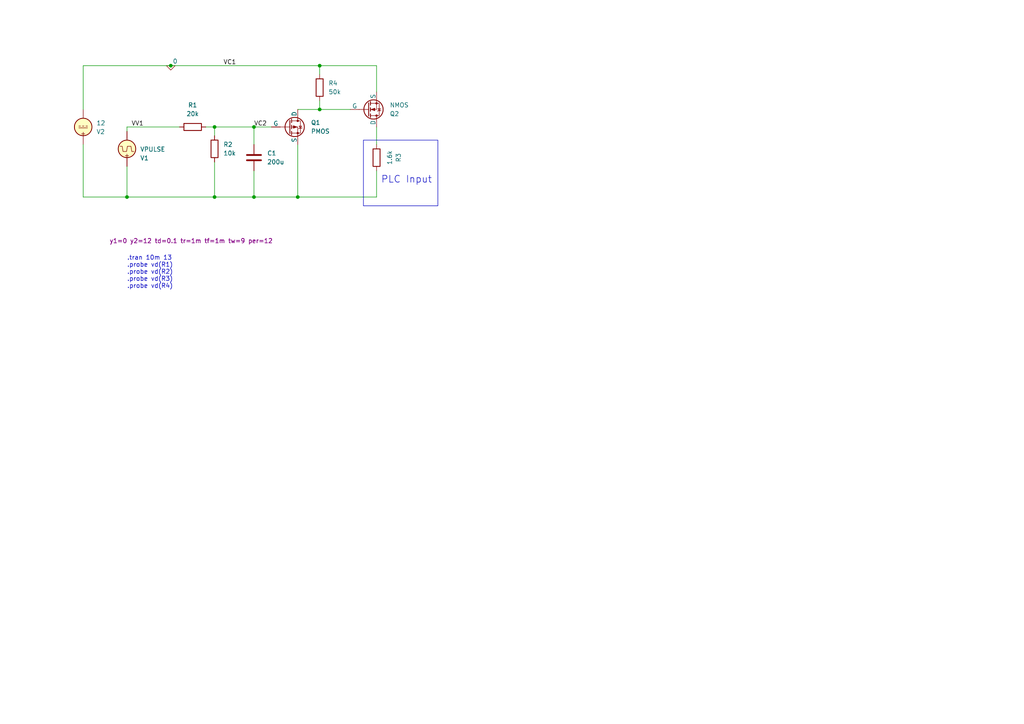
<source format=kicad_sch>
(kicad_sch (version 20230121) (generator eeschema)
  (paper "A4")
  (lib_symbols
    (symbol "Device:C" (pin_numbers hide) (pin_names (offset 0.254))
      (property "Reference" "C" (at 0.635 2.54 0))
      (property "Value" "C" (at 0.635 -2.54 0))
      (symbol "C_0_1"
        (polyline (pts (xy -2.032 -0.762) (xy 2.032 -0.762)) (stroke (width 0.508)))
        (polyline (pts (xy -2.032 0.762) (xy 2.032 0.762)) (stroke (width 0.508)))
      )
      (symbol "C_1_1"
        (pin passive line (at 0 3.81 270) (length 2.794) (name "~") (number "1"))
        (pin passive line (at 0 -3.81 90) (length 2.794) (name "~") (number "2"))
      )
    )
    (symbol "Device:R" (pin_numbers hide) (pin_names (offset 0))
      (property "Reference" "R" (at 2.032 0 90))
      (property "Value" "R" (at 0 0 90))
      (symbol "R_0_1"
        (rectangle (start -1.016 -2.54) (end 1.016 2.54) (stroke (width 0.254)))
      )
      (symbol "R_1_1"
        (pin passive line (at 0 3.81 270) (length 1.27) (name "~") (number "1"))
        (pin passive line (at 0 -3.81 90) (length 1.27) (name "~") (number "2"))
      )
    )
    (symbol "Simulation_SPICE:0" (power) (pin_names (offset 0))
      (property "Value" "0" (at 0 -1.778 0))
      (symbol "0_0_1"
        (polyline (pts (xy -1.27 0) (xy 0 -1.27) (xy 1.27 0) (xy -1.27 0)))
      )
      (symbol "0_1_1"
        (pin power_in line (at 0 0 0) (length 0) hide (name "0") (number "1"))
      )
    )
    (symbol "Simulation_SPICE:NMOS" (pin_numbers hide) (pin_names (offset 0))
      (property "Reference" "Q" (at 5.08 1.27 0))
      (property "Value" "NMOS" (at 5.08 -1.27 0))
      (symbol "NMOS_0_1"
        (polyline (pts (xy 0.254 0) (xy -2.54 0)))
        (polyline (pts (xy 0.254 1.905) (xy 0.254 -1.905)) (stroke (width 0.254)))
        (polyline (pts (xy 0.762 -1.27) (xy 0.762 -2.286)) (stroke (width 0.254)))
        (polyline (pts (xy 0.762 0.508) (xy 0.762 -0.508)) (stroke (width 0.254)))
        (polyline (pts (xy 0.762 2.286) (xy 0.762 1.27)) (stroke (width 0.254)))
        (polyline (pts (xy 2.54 2.54) (xy 2.54 1.778)))
        (polyline (pts (xy 2.54 -2.54) (xy 2.54 0) (xy 0.762 0)))
        (polyline (pts (xy 0.762 -1.778) (xy 3.302 -1.778) (xy 3.302 1.778) (xy 0.762 1.778)))
        (polyline (pts (xy 1.016 0) (xy 2.032 0.381) (xy 2.032 -0.381) (xy 1.016 0)) (fill (type outline)))
        (polyline (pts (xy 2.794 0.508) (xy 2.921 0.381) (xy 3.683 0.381) (xy 3.81 0.254)))
        (polyline (pts (xy 3.302 0.381) (xy 2.921 -0.254) (xy 3.683 -0.254) (xy 3.302 0.381)))
        (circle (center 1.651 0) (radius 2.794) (stroke (width 0.254)))
        (circle (center 2.54 -1.778) (radius 0.254) (fill (type outline)))
        (circle (center 2.54 1.778) (radius 0.254) (fill (type outline)))
      )
      (symbol "NMOS_1_1"
        (pin passive line (at 2.54 5.08 270) (length 2.54) (name "D") (number "1"))
        (pin input line (at -5.08 0 0) (length 2.54) (name "G") (number "2"))
        (pin passive line (at 2.54 -5.08 90) (length 2.54) (name "S") (number "3"))
      )
    )
    (symbol "Simulation_SPICE:PMOS" (pin_numbers hide) (pin_names (offset 0))
      (property "Reference" "Q" (at 5.08 1.27 0))
      (property "Value" "PMOS" (at 5.08 -1.27 0))
      (symbol "PMOS_0_1"
        (polyline (pts (xy 0.254 0) (xy -2.54 0)))
        (polyline (pts (xy 0.254 1.905) (xy 0.254 -1.905)) (stroke (width 0.254)))
        (polyline (pts (xy 0.762 -1.27) (xy 0.762 -2.286)) (stroke (width 0.254)))
        (polyline (pts (xy 0.762 0.508) (xy 0.762 -0.508)) (stroke (width 0.254)))
        (polyline (pts (xy 0.762 2.286) (xy 0.762 1.27)) (stroke (width 0.254)))
        (polyline (pts (xy 2.54 2.54) (xy 2.54 1.778)))
        (polyline (pts (xy 2.54 -2.54) (xy 2.54 0) (xy 0.762 0)))
        (polyline (pts (xy 0.762 1.778) (xy 3.302 1.778) (xy 3.302 -1.778) (xy 0.762 -1.778)))
        (polyline (pts (xy 2.286 0) (xy 1.27 0.381) (xy 1.27 -0.381) (xy 2.286 0)) (fill (type outline)))
        (polyline (pts (xy 2.794 -0.508) (xy 2.921 -0.381) (xy 3.683 -0.381) (xy 3.81 -0.254)))
        (polyline (pts (xy 3.302 -0.381) (xy 2.921 0.254) (xy 3.683 0.254) (xy 3.302 -0.381)))
        (circle (center 1.651 0) (radius 2.794) (stroke (width 0.254)))
        (circle (center 2.54 -1.778) (radius 0.254) (fill (type outline)))
        (circle (center 2.54 1.778) (radius 0.254) (fill (type outline)))
      )
      (symbol "PMOS_1_1"
        (pin passive line (at 2.54 5.08 270) (length 2.54) (name "D") (number "1"))
        (pin input line (at -5.08 0 0) (length 2.54) (name "G") (number "2"))
        (pin passive line (at 2.54 -5.08 90) (length 2.54) (name "S") (number "3"))
      )
    )
    (symbol "Simulation_SPICE:VDC" (pin_numbers hide) (pin_names (offset 0.0254))
      (property "Reference" "V" (at 2.54 2.54 0))
      (property "Value" "1" (at 2.54 0 0))
      (symbol "VDC_0_0"
        (polyline (pts (xy -1.27 0.254) (xy 1.27 0.254)))
        (polyline (pts (xy -0.762 -0.254) (xy -1.27 -0.254)))
        (polyline (pts (xy 0.254 -0.254) (xy -0.254 -0.254)))
        (polyline (pts (xy 1.27 -0.254) (xy 0.762 -0.254)))
        (text "+" (at 0 1.905 0) (effects (font (size 1.27 1.27))))
      )
      (symbol "VDC_0_1"
        (circle (center 0 0) (radius 2.54) (stroke (width 0.254)) (fill (type background)))
      )
      (symbol "VDC_1_1"
        (pin passive line (at 0 5.08 270) (length 2.54) (name "~") (number "1"))
        (pin passive line (at 0 -5.08 90) (length 2.54) (name "~") (number "2"))
      )
    )
    (symbol "Simulation_SPICE:VPULSE" (pin_numbers hide) (pin_names (offset 0.0254))
      (property "Reference" "V" (at 2.54 2.54 0))
      (property "Value" "VPULSE" (at 2.54 0 0))
      (property "Sim.Params" "y1=0 y2=1 td=2n tr=2n tf=2n tw=50n per=100n" (at 2.54 -2.54 0))
      (symbol "VPULSE_0_0"
        (polyline (pts (xy -2.032 -0.762) (xy -1.397 -0.762) (xy -1.143 0.762) (xy -0.127 0.762) (xy 0.127 -0.762) (xy 1.143 -0.762) (xy 1.397 0.762) (xy 2.032 0.762)))
        (text "+" (at 0 1.905 0) (effects (font (size 1.27 1.27))))
      )
      (symbol "VPULSE_0_1"
        (circle (center 0 0) (radius 2.54) (stroke (width 0.254)) (fill (type background)))
      )
      (symbol "VPULSE_1_1"
        (pin passive line (at 0 5.08 270) (length 2.54) (name "~") (number "1"))
        (pin passive line (at 0 -5.08 90) (length 2.54) (name "~") (number "2"))
      )
    )
  )
  (junction (at 92.71 19.05))
  (junction (at 49.53 19.05))
  (junction (at 36.83 57.15))
  (junction (at 73.66 36.83))
  (junction (at 62.23 57.15))
  (junction (at 92.71 31.75))
  (junction (at 73.66 57.15))
  (junction (at 62.23 36.83))
  (junction (at 86.36 57.15))
  (wire (pts (xy 62.23 46.99) (xy 62.23 57.15)))
  (wire (pts (xy 92.71 19.05) (xy 92.71 21.59)))
  (wire (pts (xy 49.53 19.05) (xy 92.71 19.05)))
  (wire (pts (xy 62.23 39.37) (xy 62.23 36.83)))
  (wire (pts (xy 92.71 29.21) (xy 92.71 31.75)))
  (wire (pts (xy 73.66 36.83) (xy 78.74 36.83)))
  (wire (pts (xy 24.13 19.05) (xy 24.13 31.75)))
  (wire (pts (xy 59.69 36.83) (xy 62.23 36.83)))
  (wire (pts (xy 109.22 57.15) (xy 109.22 49.53)))
  (wire (pts (xy 86.36 57.15) (xy 109.22 57.15)))
  (wire (pts (xy 24.13 57.15) (xy 36.83 57.15)))
  (wire (pts (xy 109.22 36.83) (xy 109.22 41.91)))
  (wire (pts (xy 73.66 57.15) (xy 86.36 57.15)))
  (wire (pts (xy 24.13 41.91) (xy 24.13 57.15)))
  (wire (pts (xy 62.23 57.15) (xy 73.66 57.15)))
  (wire (pts (xy 86.36 31.75) (xy 92.71 31.75)))
  (wire (pts (xy 24.13 19.05) (xy 49.53 19.05)))
  (wire (pts (xy 109.22 19.05) (xy 109.22 26.67)))
  (wire (pts (xy 36.83 48.26) (xy 36.83 57.15)))
  (wire (pts (xy 73.66 36.83) (xy 73.66 41.91)))
  (wire (pts (xy 62.23 36.83) (xy 73.66 36.83)))
  (wire (pts (xy 86.36 41.91) (xy 86.36 57.15)))
  (wire (pts (xy 73.66 49.53) (xy 73.66 57.15)))
  (wire (pts (xy 92.71 19.05) (xy 109.22 19.05)))
  (wire (pts (xy 92.71 31.75) (xy 101.6 31.75)))
  (wire (pts (xy 36.83 36.83) (xy 52.07 36.83)))
  (wire (pts (xy 36.83 36.83) (xy 36.83 38.1)))
  (wire (pts (xy 36.83 57.15) (xy 62.23 57.15)))
  (rectangle (start 105.41 40.64) (end 127 59.69))
  (text ".tran 10m 13\n.probe vd(R1)\n.probe vd(R2)\n.probe vd(R3)\n.probe vd(R4)" (at 36.83 83.82 0) (effects (font (size 1.27 1.27)) (justify left bottom)))
  (text "PLC Input" (at 110.49 53.34 0) (effects (font (size 2 2)) (justify left bottom)))
  (label "VV1" (at 38.1 36.83 0))
  (label "VC1" (at 64.77 19.05 0))
  (label "VC2" (at 73.66 36.83 0))
  (symbol (lib_id "Device:R") (at 55.88 36.83 90) (unit 1)
    (property "Reference" "R1" (at 55.88 30.48 90))
    (property "Value" "20k" (at 55.88 33.02 90))
  )
  (symbol (lib_id "Simulation_SPICE:0") (at 49.53 19.05 0) (unit 1)
    (property "Reference" "#GND01" (effects hide))
    (property "Value" "0" (at 50.8 17.78 0))
  )
  (symbol (lib_id "Device:C") (at 73.66 45.72 0) (unit 1)
    (property "Reference" "C1" (at 77.47 44.45 0) (effects (justify left)))
    (property "Value" "200u" (at 77.47 46.99 0) (effects (justify left)))
  )
  (symbol (lib_id "Simulation_SPICE:NMOS") (at 106.68 31.75 0) (mirror x) (unit 1)
    (property "Reference" "Q2" (at 113.03 33.02 0) (effects (justify left)))
    (property "Value" "NMOS" (at 113.03 30.48 0) (effects (justify left)))
    (property "Datasheet" "https://ngspice.sourceforge.io/docs/ngspice-manual.pdf" (effects hide))
    (property "Sim.Device" "NMOS" (effects hide))
    (property "Sim.Type" "VDMOS" (effects hide))
    (property "Sim.Pins" "1=D 2=G 3=S" (effects hide))
  )
  (symbol (lib_id "Simulation_SPICE:VPULSE") (at 36.83 43.18 0) (mirror x) (unit 1)
    (property "Reference" "V1" (at 40.64 45.8498 0) (effects (justify left)))
    (property "Value" "VPULSE" (at 40.64 43.3098 0) (effects (justify left)))
    (property "Sim.Pins" "1=+ 2=-" (effects hide))
    (property "Sim.Type" "PULSE" (effects hide))
    (property "Sim.Device" "V" (effects hide))
    (property "Sim.Params" "y1=0 y2=12 td=0.1 tr=1m tf=1m tw=9 per=12" (at 31.75 69.85 0) (effects (justify left)))
  )
  (symbol (lib_id "Device:R") (at 92.71 25.4 180) (unit 1)
    (property "Reference" "R4" (at 95.25 24.13 0) (effects (justify right)))
    (property "Value" "50k" (at 95.25 26.67 0) (effects (justify right)))
  )
  (symbol (lib_id "Device:R") (at 62.23 43.18 180) (unit 1)
    (property "Reference" "R2" (at 64.77 41.91 0) (effects (justify right)))
    (property "Value" "10k" (at 64.77 44.45 0) (effects (justify right)))
  )
  (symbol (lib_id "Simulation_SPICE:PMOS") (at 83.82 36.83 0) (unit 1)
    (property "Reference" "Q1" (at 90.17 35.56 0) (effects (justify left)))
    (property "Value" "PMOS" (at 90.17 38.1 0) (effects (justify left)))
    (property "Datasheet" "https://ngspice.sourceforge.io/docs/ngspice-manual.pdf" (effects hide))
    (property "Sim.Device" "PMOS" (effects hide))
    (property "Sim.Type" "VDMOS" (effects hide))
    (property "Sim.Pins" "1=D 2=G 3=S" (effects hide))
    (property "Sim.Library" "bs250p.lib" (effects hide))
    (property "Sim.Name" "BS250P" (effects hide))
  )
  (symbol (lib_id "Simulation_SPICE:VDC") (at 24.13 36.83 0) (mirror x) (unit 1)
    (property "Reference" "V2" (at 27.94 38.2298 0) (effects (justify left)))
    (property "Value" "12" (at 27.94 35.6898 0) (effects (justify left)))
    (property "Sim.Pins" "1=+ 2=-" (effects hide))
    (property "Sim.Type" "DC" (effects hide))
    (property "Sim.Device" "V" (effects hide))
  )
  (symbol (lib_id "Device:R") (at 109.22 45.72 180) (unit 1)
    (property "Reference" "R3" (at 115.57 45.72 90))
    (property "Value" "1.6k" (at 113.03 45.72 90))
  )
)
</source>
